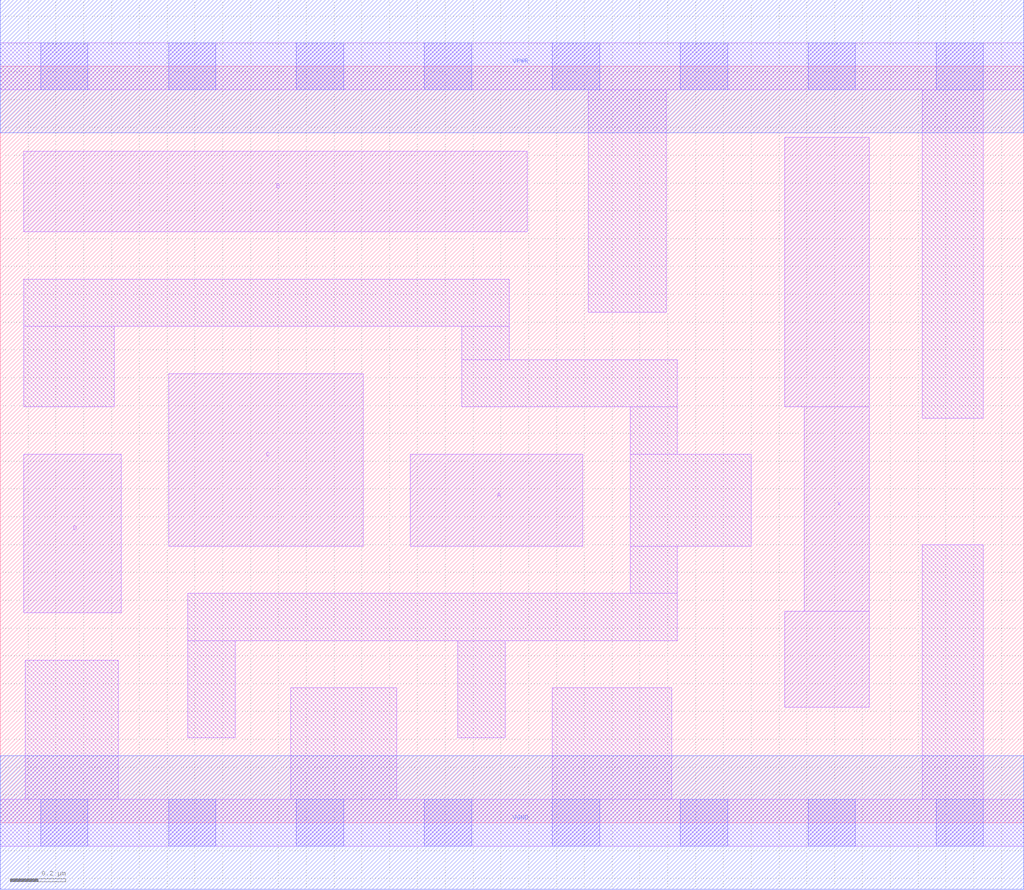
<source format=lef>
# Copyright 2020 The SkyWater PDK Authors
#
# Licensed under the Apache License, Version 2.0 (the "License");
# you may not use this file except in compliance with the License.
# You may obtain a copy of the License at
#
#     https://www.apache.org/licenses/LICENSE-2.0
#
# Unless required by applicable law or agreed to in writing, software
# distributed under the License is distributed on an "AS IS" BASIS,
# WITHOUT WARRANTIES OR CONDITIONS OF ANY KIND, either express or implied.
# See the License for the specific language governing permissions and
# limitations under the License.
#
# SPDX-License-Identifier: Apache-2.0

VERSION 5.7 ;
  NOWIREEXTENSIONATPIN ON ;
  DIVIDERCHAR "/" ;
  BUSBITCHARS "[]" ;
UNITS
  DATABASE MICRONS 200 ;
END UNITS
PROPERTYDEFINITIONS
  MACRO maskLayoutSubType STRING ;
  MACRO prCellType STRING ;
  MACRO originalViewName STRING ;
END PROPERTYDEFINITIONS
MACRO sky130_fd_sc_hdll__or4_2
  CLASS CORE ;
  FOREIGN sky130_fd_sc_hdll__or4_2 ;
  ORIGIN  0.000000  0.000000 ;
  SIZE  3.680000 BY  2.720000 ;
  SYMMETRY X Y R90 ;
  SITE unithd ;
  PIN A
    ANTENNAGATEAREA  0.138600 ;
    DIRECTION INPUT ;
    USE SIGNAL ;
    PORT
      LAYER li1 ;
        RECT 1.475000 0.995000 2.095000 1.325000 ;
    END
  END A
  PIN B
    ANTENNAGATEAREA  0.138600 ;
    DIRECTION INPUT ;
    USE SIGNAL ;
    PORT
      LAYER li1 ;
        RECT 0.085000 2.125000 1.895000 2.415000 ;
    END
  END B
  PIN C
    ANTENNAGATEAREA  0.138600 ;
    DIRECTION INPUT ;
    USE SIGNAL ;
    PORT
      LAYER li1 ;
        RECT 0.605000 0.995000 1.305000 1.615000 ;
    END
  END C
  PIN D
    ANTENNAGATEAREA  0.138600 ;
    DIRECTION INPUT ;
    USE SIGNAL ;
    PORT
      LAYER li1 ;
        RECT 0.085000 0.755000 0.435000 1.325000 ;
    END
  END D
  PIN VGND
    ANTENNADIFFAREA  0.666600 ;
    DIRECTION INOUT ;
    USE SIGNAL ;
    PORT
      LAYER met1 ;
        RECT 0.000000 -0.240000 3.680000 0.240000 ;
    END
  END VGND
  PIN VPWR
    ANTENNADIFFAREA  0.625700 ;
    DIRECTION INOUT ;
    USE SIGNAL ;
    PORT
      LAYER met1 ;
        RECT 0.000000 2.480000 3.680000 2.960000 ;
    END
  END VPWR
  PIN X
    ANTENNADIFFAREA  0.802750 ;
    DIRECTION OUTPUT ;
    USE SIGNAL ;
    PORT
      LAYER li1 ;
        RECT 2.820000 0.415000 3.125000 0.760000 ;
        RECT 2.820000 1.495000 3.125000 2.465000 ;
        RECT 2.890000 0.760000 3.125000 1.495000 ;
    END
  END X
  OBS
    LAYER li1 ;
      RECT 0.000000 -0.085000 3.680000 0.085000 ;
      RECT 0.000000  2.635000 3.680000 2.805000 ;
      RECT 0.085000  1.495000 0.410000 1.785000 ;
      RECT 0.085000  1.785000 1.830000 1.955000 ;
      RECT 0.090000  0.085000 0.425000 0.585000 ;
      RECT 0.675000  0.305000 0.845000 0.655000 ;
      RECT 0.675000  0.655000 2.435000 0.825000 ;
      RECT 1.045000  0.085000 1.425000 0.485000 ;
      RECT 1.645000  0.305000 1.815000 0.655000 ;
      RECT 1.660000  1.495000 2.435000 1.665000 ;
      RECT 1.660000  1.665000 1.830000 1.785000 ;
      RECT 1.985000  0.085000 2.415000 0.485000 ;
      RECT 2.115000  1.835000 2.395000 2.635000 ;
      RECT 2.265000  0.825000 2.435000 0.995000 ;
      RECT 2.265000  0.995000 2.700000 1.325000 ;
      RECT 2.265000  1.325000 2.435000 1.495000 ;
      RECT 3.315000  0.085000 3.535000 1.000000 ;
      RECT 3.315000  1.455000 3.535000 2.635000 ;
    LAYER mcon ;
      RECT 0.145000 -0.085000 0.315000 0.085000 ;
      RECT 0.145000  2.635000 0.315000 2.805000 ;
      RECT 0.605000 -0.085000 0.775000 0.085000 ;
      RECT 0.605000  2.635000 0.775000 2.805000 ;
      RECT 1.065000 -0.085000 1.235000 0.085000 ;
      RECT 1.065000  2.635000 1.235000 2.805000 ;
      RECT 1.525000 -0.085000 1.695000 0.085000 ;
      RECT 1.525000  2.635000 1.695000 2.805000 ;
      RECT 1.985000 -0.085000 2.155000 0.085000 ;
      RECT 1.985000  2.635000 2.155000 2.805000 ;
      RECT 2.445000 -0.085000 2.615000 0.085000 ;
      RECT 2.445000  2.635000 2.615000 2.805000 ;
      RECT 2.905000 -0.085000 3.075000 0.085000 ;
      RECT 2.905000  2.635000 3.075000 2.805000 ;
      RECT 3.365000 -0.085000 3.535000 0.085000 ;
      RECT 3.365000  2.635000 3.535000 2.805000 ;
  END
  PROPERTY maskLayoutSubType "abstract" ;
  PROPERTY prCellType "standard" ;
  PROPERTY originalViewName "layout" ;
END sky130_fd_sc_hdll__or4_2
END LIBRARY

</source>
